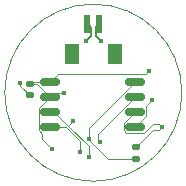
<source format=gbr>
%TF.GenerationSoftware,KiCad,Pcbnew,9.0.0*%
%TF.CreationDate,2025-03-13T16:48:28-04:00*%
%TF.ProjectId,IngestibleCapsule-Board_larger_vias,496e6765-7374-4696-926c-654361707375,rev?*%
%TF.SameCoordinates,Original*%
%TF.FileFunction,Copper,L2,Bot*%
%TF.FilePolarity,Positive*%
%FSLAX46Y46*%
G04 Gerber Fmt 4.6, Leading zero omitted, Abs format (unit mm)*
G04 Created by KiCad (PCBNEW 9.0.0) date 2025-03-13 16:48:28*
%MOMM*%
%LPD*%
G01*
G04 APERTURE LIST*
G04 Aperture macros list*
%AMRoundRect*
0 Rectangle with rounded corners*
0 $1 Rounding radius*
0 $2 $3 $4 $5 $6 $7 $8 $9 X,Y pos of 4 corners*
0 Add a 4 corners polygon primitive as box body*
4,1,4,$2,$3,$4,$5,$6,$7,$8,$9,$2,$3,0*
0 Add four circle primitives for the rounded corners*
1,1,$1+$1,$2,$3*
1,1,$1+$1,$4,$5*
1,1,$1+$1,$6,$7*
1,1,$1+$1,$8,$9*
0 Add four rect primitives between the rounded corners*
20,1,$1+$1,$2,$3,$4,$5,0*
20,1,$1+$1,$4,$5,$6,$7,0*
20,1,$1+$1,$6,$7,$8,$9,0*
20,1,$1+$1,$8,$9,$2,$3,0*%
G04 Aperture macros list end*
%TA.AperFunction,SMDPad,CuDef*%
%ADD10RoundRect,0.140000X-0.170000X0.140000X-0.170000X-0.140000X0.170000X-0.140000X0.170000X0.140000X0*%
%TD*%
%TA.AperFunction,SMDPad,CuDef*%
%ADD11R,0.600000X1.550000*%
%TD*%
%TA.AperFunction,SMDPad,CuDef*%
%ADD12R,1.200000X1.800000*%
%TD*%
%TA.AperFunction,SMDPad,CuDef*%
%ADD13RoundRect,0.162500X0.650000X0.162500X-0.650000X0.162500X-0.650000X-0.162500X0.650000X-0.162500X0*%
%TD*%
%TA.AperFunction,SMDPad,CuDef*%
%ADD14RoundRect,0.135000X-0.185000X0.135000X-0.185000X-0.135000X0.185000X-0.135000X0.185000X0.135000X0*%
%TD*%
%TA.AperFunction,ViaPad*%
%ADD15C,0.450000*%
%TD*%
%TA.AperFunction,Conductor*%
%ADD16C,0.100000*%
%TD*%
%TA.AperFunction,Conductor*%
%ADD17C,0.200000*%
%TD*%
%TA.AperFunction,Profile*%
%ADD18C,0.050000*%
%TD*%
G04 APERTURE END LIST*
D10*
%TO.P,C14,1*%
%TO.N,SPI_VDD*%
X94597500Y-114235000D03*
%TO.P,C14,2*%
%TO.N,SPI_GND*%
X94597500Y-115195000D03*
%TD*%
D11*
%TO.P,J6,1,Pin_1*%
%TO.N,/RF Transceiver/RFN*%
X100500000Y-109163000D03*
%TO.P,J6,2,Pin_2*%
%TO.N,/RF Transceiver/RFP*%
X99500000Y-109163000D03*
D12*
%TO.P,J6,MP1*%
%TO.N,N/C*%
X101800000Y-111688000D03*
%TO.P,J6,MP2*%
X98200000Y-111688000D03*
%TD*%
D13*
%TO.P,U4,1,~{CS}*%
%TO.N,/MEM_CS*%
X103535000Y-114090000D03*
%TO.P,U4,2,DO/IO_{1}*%
%TO.N,/SPI_MISO*%
X103535000Y-115360000D03*
%TO.P,U4,3,~{WP}/IO_{2}*%
%TO.N,SPI_VDD*%
X103535000Y-116630000D03*
%TO.P,U4,4,GND*%
%TO.N,SPI_GND*%
X103535000Y-117900000D03*
%TO.P,U4,5,DI/IO_{0}*%
%TO.N,/SPI_MOSI*%
X96360000Y-117900000D03*
%TO.P,U4,6,CLK*%
%TO.N,/SPI_SCK*%
X96360000Y-116630000D03*
%TO.P,U4,7,~{HOLD}/~{RESET}/IO_{3}*%
%TO.N,SPI_VDD*%
X96360000Y-115360000D03*
%TO.P,U4,8,VCC*%
X96360000Y-114090000D03*
%TD*%
D14*
%TO.P,R8,1*%
%TO.N,SPI_VDD*%
X103597500Y-119610000D03*
%TO.P,R8,2*%
%TO.N,/MEM_CS*%
X103597500Y-120630000D03*
%TD*%
D15*
%TO.N,/SPI_SCK*%
X99600000Y-120475000D03*
%TO.N,SPI_VDD*%
X104750000Y-113150000D03*
X97480000Y-115000000D03*
%TO.N,SPI_GND*%
X105000000Y-115610000D03*
%TO.N,SPI_VDD*%
X105840000Y-117880000D03*
%TO.N,SPI_GND*%
X93810000Y-114220000D03*
%TO.N,SPI_VDD*%
X96520000Y-119750000D03*
%TO.N,/MEM_CS*%
X99600000Y-118960000D03*
%TO.N,/SPI_MOSI*%
X98890000Y-119990000D03*
%TO.N,/SPI_SCK*%
X98250000Y-117390000D03*
%TO.N,/RF Transceiver/RFP*%
X99420000Y-110620000D03*
%TO.N,/SPI_MISO*%
X100600000Y-119180000D03*
%TO.N,/RF Transceiver/RFN*%
X100660000Y-110640000D03*
%TD*%
D16*
%TO.N,SPI_GND*%
X93810000Y-114407500D02*
X94597500Y-115195000D01*
X93810000Y-114220000D02*
X93810000Y-114407500D01*
D17*
%TO.N,/RF Transceiver/RFN*%
X100230000Y-109433000D02*
X100500000Y-109163000D01*
%TO.N,/RF Transceiver/RFP*%
X99420000Y-110620000D02*
X99420000Y-110610000D01*
X99420000Y-110610000D02*
X99790000Y-110240000D01*
X99790000Y-109453000D02*
X99500000Y-109163000D01*
D16*
%TO.N,SPI_GND*%
X104500000Y-116935000D02*
X103535000Y-117900000D01*
%TO.N,/SPI_SCK*%
X99600000Y-119530000D02*
X97860000Y-117790000D01*
X99600000Y-120475000D02*
X99600000Y-119530000D01*
X97860000Y-117790000D02*
X97860000Y-117780000D01*
X97860000Y-117780000D02*
X98250000Y-117390000D01*
X97860000Y-117790000D02*
X96700000Y-116630000D01*
%TO.N,/MEM_CS*%
X99610000Y-118950000D02*
X99610000Y-118015000D01*
%TO.N,/SPI_MISO*%
X100400000Y-118980000D02*
X100400000Y-118495000D01*
X100400000Y-118495000D02*
X103535000Y-115360000D01*
X100600000Y-119180000D02*
X100400000Y-118980000D01*
%TO.N,/MEM_CS*%
X99600000Y-118970000D02*
X101260000Y-120630000D01*
X99600000Y-118960000D02*
X99600000Y-118970000D01*
X101260000Y-120630000D02*
X103597500Y-120630000D01*
X99610000Y-118015000D02*
X103535000Y-114090000D01*
D17*
%TO.N,/RF Transceiver/RFP*%
X99790000Y-110240000D02*
X99790000Y-109453000D01*
D16*
%TO.N,SPI_VDD*%
X104462500Y-113437500D02*
X97012500Y-113437500D01*
%TO.N,SPI_GND*%
X104500000Y-116110000D02*
X104500000Y-116935000D01*
%TO.N,SPI_VDD*%
X95396500Y-116323500D02*
X96360000Y-115360000D01*
X95235000Y-114235000D02*
X96360000Y-115360000D01*
X102750642Y-118376000D02*
X102571500Y-118196858D01*
X96360000Y-114090000D02*
X94742500Y-114090000D01*
X96720000Y-115000000D02*
X97480000Y-115000000D01*
X104319358Y-118376000D02*
X102750642Y-118376000D01*
X105840000Y-117880000D02*
X105587500Y-118132500D01*
X105580358Y-117620358D02*
X105075000Y-117620358D01*
X105075000Y-118132500D02*
X103597500Y-119610000D01*
X94597500Y-114235000D02*
X95235000Y-114235000D01*
%TO.N,/SPI_SCK*%
X96700000Y-116630000D02*
X96360000Y-116630000D01*
%TO.N,/SPI_MOSI*%
X98900000Y-119980000D02*
X98900000Y-119125000D01*
%TO.N,SPI_VDD*%
X95396500Y-118196858D02*
X95396500Y-116323500D01*
%TO.N,/SPI_MOSI*%
X97675000Y-117900000D02*
X96360000Y-117900000D01*
X98900000Y-119125000D02*
X97675000Y-117900000D01*
%TO.N,SPI_VDD*%
X102571500Y-117593500D02*
X103535000Y-116630000D01*
%TO.N,SPI_GND*%
X105000000Y-115610000D02*
X104500000Y-116110000D01*
%TO.N,/SPI_MOSI*%
X98890000Y-119990000D02*
X98900000Y-119980000D01*
%TO.N,SPI_VDD*%
X95674642Y-118904642D02*
X95674642Y-118475000D01*
X102571500Y-118196858D02*
X102571500Y-117593500D01*
%TO.N,/MEM_CS*%
X99600000Y-118960000D02*
X99610000Y-118950000D01*
%TO.N,SPI_VDD*%
X97012500Y-113437500D02*
X96360000Y-114090000D01*
X105587500Y-118132500D02*
X105075000Y-118132500D01*
D17*
%TO.N,/RF Transceiver/RFN*%
X100230000Y-110210000D02*
X100230000Y-109433000D01*
X100660000Y-110640000D02*
X100230000Y-110210000D01*
D16*
%TO.N,SPI_VDD*%
X96520000Y-119750000D02*
X95674642Y-118904642D01*
X94742500Y-114090000D02*
X94597500Y-114235000D01*
X105840000Y-117880000D02*
X105580358Y-117620358D01*
X95674642Y-118475000D02*
X95396500Y-118196858D01*
X96360000Y-115360000D02*
X96720000Y-115000000D01*
X104750000Y-113150000D02*
X104462500Y-113437500D01*
X105075000Y-117620358D02*
X104319358Y-118376000D01*
%TD*%
D18*
X107500000Y-115000000D02*
G75*
G02*
X92500000Y-115000000I-7500000J0D01*
G01*
X92500000Y-115000000D02*
G75*
G02*
X107500000Y-115000000I7500000J0D01*
G01*
M02*

</source>
